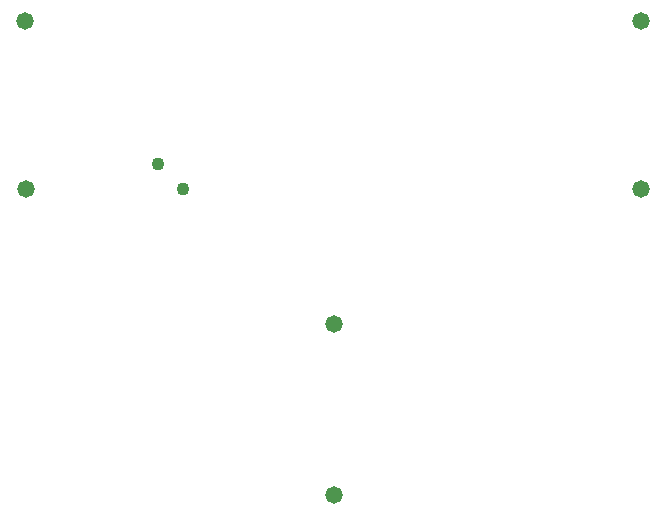
<source format=gts>
G75*
%MOIN*%
%OFA0B0*%
%FSLAX25Y25*%
%IPPOS*%
%LPD*%
%AMOC8*
5,1,8,0,0,1.08239X$1,22.5*
%
%ADD10C,0.05800*%
%ADD11C,0.04343*%
D10*
X0203333Y0081875D03*
X0203333Y0138750D03*
X0100833Y0183750D03*
X0100208Y0240000D03*
X0305833Y0240000D03*
X0305833Y0183750D03*
D11*
X0153134Y0183949D03*
X0144783Y0192301D03*
M02*

</source>
